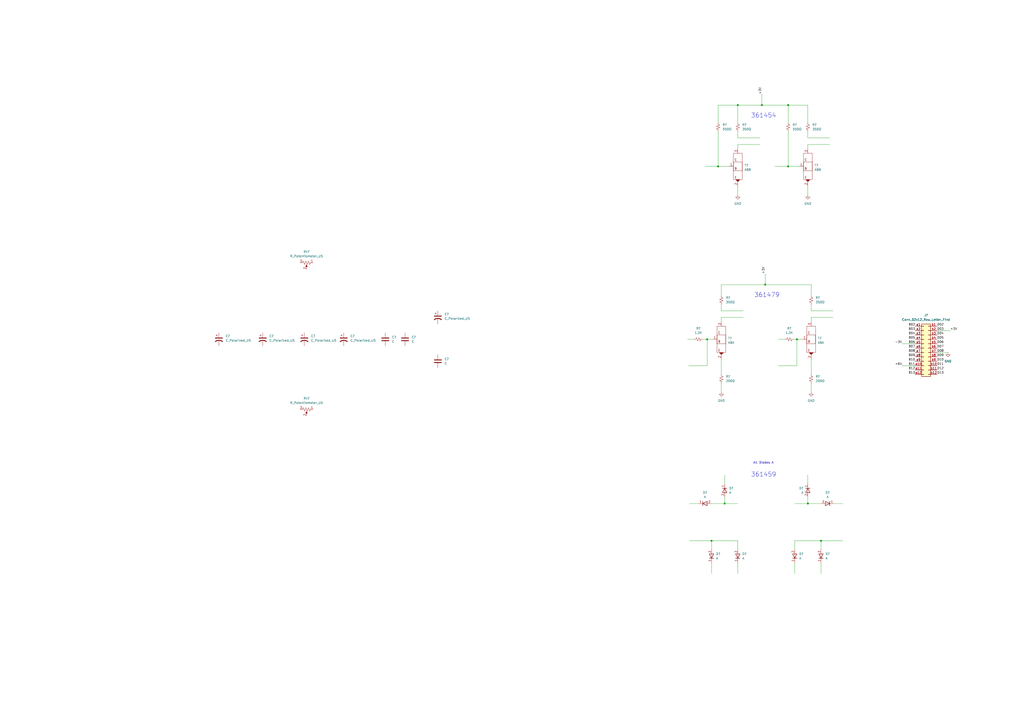
<source format=kicad_sch>
(kicad_sch (version 20211123) (generator eeschema)
  (paper "A2")
  (lib_symbols
    (symbol "Connector_Generic:Conn_02x12_Row_Letter_First" (pin_names (offset 1.016) hide)
      (property "Reference" "J" (at 1.27 15.24 0))
      (property "Value" "Conn_02x12_Row_Letter_First" (at 1.27 -17.78 0))
      (symbol "Conn_02x12_Row_Letter_First_1_1"
        (rectangle (start -1.27 -15.113) (end 0 -15.367) (stroke (width 0.1524)))
        (rectangle (start -1.27 -12.573) (end 0 -12.827) (stroke (width 0.1524)))
        (rectangle (start -1.27 -10.033) (end 0 -10.287) (stroke (width 0.1524)))
        (rectangle (start -1.27 -7.493) (end 0 -7.747) (stroke (width 0.1524)))
        (rectangle (start -1.27 -4.953) (end 0 -5.207) (stroke (width 0.1524)))
        (rectangle (start -1.27 -2.413) (end 0 -2.667) (stroke (width 0.1524)))
        (rectangle (start -1.27 0.127) (end 0 -0.127) (stroke (width 0.1524)))
        (rectangle (start -1.27 2.667) (end 0 2.413) (stroke (width 0.1524)))
        (rectangle (start -1.27 5.207) (end 0 4.953) (stroke (width 0.1524)))
        (rectangle (start -1.27 7.747) (end 0 7.493) (stroke (width 0.1524)))
        (rectangle (start -1.27 10.287) (end 0 10.033) (stroke (width 0.1524)))
        (rectangle (start -1.27 12.827) (end 0 12.573) (stroke (width 0.1524)))
        (rectangle (start -1.27 13.97) (end 3.81 -16.51) (stroke (width 0.254)) (fill (type background)))
        (rectangle (start 3.81 -15.113) (end 2.54 -15.367) (stroke (width 0.1524)))
        (rectangle (start 3.81 -12.573) (end 2.54 -12.827) (stroke (width 0.1524)))
        (rectangle (start 3.81 -10.033) (end 2.54 -10.287) (stroke (width 0.1524)))
        (rectangle (start 3.81 -7.493) (end 2.54 -7.747) (stroke (width 0.1524)))
        (rectangle (start 3.81 -4.953) (end 2.54 -5.207) (stroke (width 0.1524)))
        (rectangle (start 3.81 -2.413) (end 2.54 -2.667) (stroke (width 0.1524)))
        (rectangle (start 3.81 0.127) (end 2.54 -0.127) (stroke (width 0.1524)))
        (rectangle (start 3.81 2.667) (end 2.54 2.413) (stroke (width 0.1524)))
        (rectangle (start 3.81 5.207) (end 2.54 4.953) (stroke (width 0.1524)))
        (rectangle (start 3.81 7.747) (end 2.54 7.493) (stroke (width 0.1524)))
        (rectangle (start 3.81 10.287) (end 2.54 10.033) (stroke (width 0.1524)))
        (rectangle (start 3.81 12.827) (end 2.54 12.573) (stroke (width 0.1524)))
        (pin passive line (at -5.08 12.7 0) (length 3.81) (name "Pin_a1") (number "a1"))
        (pin passive line (at -5.08 -10.16 0) (length 3.81) (name "Pin_a10") (number "a10"))
        (pin passive line (at -5.08 -12.7 0) (length 3.81) (name "Pin_a11") (number "a11"))
        (pin passive line (at -5.08 -15.24 0) (length 3.81) (name "Pin_a12") (number "a12"))
        (pin passive line (at -5.08 10.16 0) (length 3.81) (name "Pin_a2") (number "a2"))
        (pin passive line (at -5.08 7.62 0) (length 3.81) (name "Pin_a3") (number "a3"))
        (pin passive line (at -5.08 5.08 0) (length 3.81) (name "Pin_a4") (number "a4"))
        (pin passive line (at -5.08 2.54 0) (length 3.81) (name "Pin_a5") (number "a5"))
        (pin passive line (at -5.08 0 0) (length 3.81) (name "Pin_a6") (number "a6"))
        (pin passive line (at -5.08 -2.54 0) (length 3.81) (name "Pin_a7") (number "a7"))
        (pin passive line (at -5.08 -5.08 0) (length 3.81) (name "Pin_a8") (number "a8"))
        (pin passive line (at -5.08 -7.62 0) (length 3.81) (name "Pin_a9") (number "a9"))
        (pin passive line (at 7.62 12.7 180) (length 3.81) (name "Pin_b1") (number "b1"))
        (pin passive line (at 7.62 -10.16 180) (length 3.81) (name "Pin_b10") (number "b10"))
        (pin passive line (at 7.62 -12.7 180) (length 3.81) (name "Pin_b11") (number "b11"))
        (pin passive line (at 7.62 -15.24 180) (length 3.81) (name "Pin_b12") (number "b12"))
        (pin passive line (at 7.62 10.16 180) (length 3.81) (name "Pin_b2") (number "b2"))
        (pin passive line (at 7.62 7.62 180) (length 3.81) (name "Pin_b3") (number "b3"))
        (pin passive line (at 7.62 5.08 180) (length 3.81) (name "Pin_b4") (number "b4"))
        (pin passive line (at 7.62 2.54 180) (length 3.81) (name "Pin_b5") (number "b5"))
        (pin passive line (at 7.62 0 180) (length 3.81) (name "Pin_b6") (number "b6"))
        (pin passive line (at 7.62 -2.54 180) (length 3.81) (name "Pin_b7") (number "b7"))
        (pin passive line (at 7.62 -5.08 180) (length 3.81) (name "Pin_b8") (number "b8"))
        (pin passive line (at 7.62 -7.62 180) (length 3.81) (name "Pin_b9") (number "b9"))
      )
    )
    (symbol "Device:C" (pin_numbers hide) (pin_names (offset 0.254))
      (property "Reference" "C" (at 0.635 2.54 0))
      (property "Value" "C" (at 0.635 -2.54 0))
      (symbol "C_0_1"
        (polyline (pts (xy -2.032 -0.762) (xy 2.032 -0.762)) (stroke (width 0.508)))
        (polyline (pts (xy -2.032 0.762) (xy 2.032 0.762)) (stroke (width 0.508)))
      )
      (symbol "C_1_1"
        (pin passive line (at 0 3.81 270) (length 2.794) (name "~") (number "1"))
        (pin passive line (at 0 -3.81 90) (length 2.794) (name "~") (number "2"))
      )
    )
    (symbol "Device:C_Polarized_US" (pin_numbers hide) (pin_names (offset 0.254) hide)
      (property "Reference" "C" (at 0.635 2.54 0))
      (property "Value" "C_Polarized_US" (at 0.635 -2.54 0))
      (symbol "C_Polarized_US_0_1"
        (polyline (pts (xy -2.032 0.762) (xy 2.032 0.762)) (stroke (width 0.508)))
        (polyline (pts (xy -1.778 2.286) (xy -0.762 2.286)))
        (polyline (pts (xy -1.27 1.778) (xy -1.27 2.794)))
        (arc (start 2.032 -1.27) (mid 0 -0.5572) (end -2.032 -1.27) (stroke (width 0.508)))
      )
      (symbol "C_Polarized_US_1_1"
        (pin passive line (at 0 3.81 270) (length 2.794) (name "~") (number "1"))
        (pin passive line (at 0 -3.81 90) (length 3.302) (name "~") (number "2"))
      )
    )
    (symbol "Device:R_Potentiometer_US" (pin_names (offset 1.016) hide)
      (property "Reference" "RV" (at -4.445 0 90))
      (property "Value" "R_Potentiometer_US" (at -2.54 0 90))
      (symbol "R_Potentiometer_US_0_1"
        (polyline (pts (xy 0 -2.286) (xy 0 -2.54)))
        (polyline (pts (xy 0 2.54) (xy 0 2.286)))
        (polyline (pts (xy 2.54 0) (xy 1.524 0)))
        (polyline (pts (xy 1.143 0) (xy 2.286 0.508) (xy 2.286 -0.508) (xy 1.143 0)) (fill (type outline)))
        (polyline (pts (xy 0 -0.762) (xy 1.016 -1.143) (xy 0 -1.524) (xy -1.016 -1.905) (xy 0 -2.286)))
        (polyline (pts (xy 0 0.762) (xy 1.016 0.381) (xy 0 0) (xy -1.016 -0.381) (xy 0 -0.762)))
        (polyline (pts (xy 0 2.286) (xy 1.016 1.905) (xy 0 1.524) (xy -1.016 1.143) (xy 0 0.762)))
      )
      (symbol "R_Potentiometer_US_1_1"
        (pin passive line (at 0 3.81 270) (length 1.27) (name "1") (number "1"))
        (pin passive line (at 3.81 0 180) (length 1.27) (name "2") (number "2"))
        (pin passive line (at 0 -3.81 90) (length 1.27) (name "3") (number "3"))
      )
    )
    (symbol "Device:R_Small_US" (pin_numbers hide) (pin_names (offset 0.254) hide)
      (property "Reference" "R" (at 0.762 0.508 0))
      (property "Value" "R_Small_US" (at 0.762 -1.016 0))
      (symbol "R_Small_US_1_1"
        (polyline (pts (xy 0 0) (xy 1.016 -0.381) (xy 0 -0.762) (xy -1.016 -1.143) (xy 0 -1.524)))
        (polyline (pts (xy 0 1.524) (xy 1.016 1.143) (xy 0 0.762) (xy -1.016 0.381) (xy 0 0)))
        (pin passive line (at 0 2.54 270) (length 1.016) (name "~") (number "1"))
        (pin passive line (at 0 -2.54 90) (length 1.016) (name "~") (number "2"))
      )
    )
    (symbol "IBM_SLT-SLD:IBM_Diode"
      (property "Reference" "D" (at 0 5.08 0))
      (property "Value" "IBM_Diode" (at 0 2.54 0))
      (symbol "IBM_Diode_0_1"
        (polyline (pts (xy -1.27 1.27) (xy -1.27 -1.27)) (stroke (width 0.254)))
        (polyline (pts (xy 1.27 0) (xy -1.27 0)))
        (polyline (pts (xy 1.27 1.27) (xy 1.27 -1.27) (xy -1.27 0) (xy 1.27 1.27)) (stroke (width 0.254)))
      )
      (symbol "IBM_Diode_1_1"
        (pin passive line (at -3.81 0 0) (length 2.54) (name "K") (number "1"))
        (pin passive line (at 3.81 0 180) (length 2.54) (name "A") (number "2"))
      )
    )
    (symbol "IBM_SLT-SLD:IBM_Transistor"
      (property "Reference" "T" (at 0 5.08 0))
      (property "Value" "IBM_Transistor" (at 7.62 8.89 0))
      (symbol "IBM_Transistor_0_0"
        (text "B" (at -1.27 -1.27 0) (effects (font (size 1.27 1.27))))
        (text "C" (at -1.27 3.81 0) (effects (font (size 1.27 1.27))))
        (text "E" (at -1.27 -6.35 0) (effects (font (size 1.27 1.27))))
      )
      (symbol "IBM_Transistor_0_1"
        (rectangle (start -2.54 2.54) (end 2.54 -2.54))
        (rectangle (start -2.54 7.62) (end 2.54 -7.62))
        (polyline (pts (xy -1.27 -7.62) (xy 0 -8.89) (xy 1.27 -7.62)) (fill (type outline)))
      )
      (symbol "IBM_Transistor_1_1"
        (pin passive line (at -5.08 0 0) (length 2.54) (name "B") (number "1"))
        (pin passive line (at 0 -11.43 90) (length 2.54) (name "E") (number "2"))
        (pin passive line (at 0 10.16 270) (length 2.54) (name "C") (number "3"))
      )
    )
    (symbol "power:GND" (power) (pin_names (offset 0))
      (property "Value" "GND" (at 0 -3.81 0))
      (symbol "GND_0_1"
        (polyline (pts (xy 0 0) (xy 0 -1.27) (xy 1.27 -1.27) (xy 0 -2.54) (xy -1.27 -1.27) (xy 0 -1.27)))
      )
      (symbol "GND_1_1"
        (pin power_in line (at 0 0 270) (length 0) hide (name "GND") (number "1"))
      )
    )
  )
  (junction (at 476.25 313.69))
  (junction (at 462.28 196.85))
  (junction (at 420.37 292.1))
  (junction (at 457.2 60.96))
  (junction (at 410.21 196.85))
  (junction (at 468.63 292.1))
  (junction (at 427.99 60.96))
  (junction (at 441.96 60.96))
  (junction (at 457.2 96.52))
  (junction (at 412.75 313.69))
  (junction (at 416.56 96.52))
  (junction (at 443.865 165.1))
  (wire (pts (xy 410.21 196.85) (xy 413.385 196.85)))
  (wire (pts (xy 418.465 208.28) (xy 418.465 217.17)))
  (wire (pts (xy 468.63 292.1) (xy 461.01 292.1)))
  (wire (pts (xy 418.465 186.69) (xy 418.465 184.15)))
  (wire (pts (xy 412.75 313.69) (xy 427.99 313.69)))
  (wire (pts (xy 476.25 326.39) (xy 476.25 332.74)))
  (wire (pts (xy 416.56 76.2) (xy 416.56 96.52)))
  (wire (pts (xy 451.485 212.09) (xy 462.28 212.09)))
  (wire (pts (xy 543.56 204.47) (xy 549.91 204.47)))
  (wire (pts (xy 457.2 76.2) (xy 457.2 96.52)))
  (wire (pts (xy 441.96 54.61) (xy 441.96 60.96)))
  (wire (pts (xy 470.535 165.1) (xy 470.535 171.45)))
  (wire (pts (xy 418.465 184.15) (xy 431.165 184.15)))
  (wire (pts (xy 416.56 60.96) (xy 427.99 60.96)))
  (wire (pts (xy 441.96 60.96) (xy 457.2 60.96)))
  (wire (pts (xy 457.2 60.96) (xy 468.63 60.96)))
  (wire (pts (xy 427.99 326.39) (xy 427.99 332.74)))
  (wire (pts (xy 457.2 60.96) (xy 457.2 71.12)))
  (wire (pts (xy 420.37 292.1) (xy 427.99 292.1)))
  (wire (pts (xy 400.05 292.1) (xy 405.13 292.1)))
  (wire (pts (xy 427.99 318.77) (xy 427.99 313.69)))
  (wire (pts (xy 461.01 318.77) (xy 461.01 313.69)))
  (wire (pts (xy 468.63 107.95) (xy 468.63 113.03)))
  (wire (pts (xy 476.25 292.1) (xy 468.63 292.1)))
  (wire (pts (xy 420.37 275.59) (xy 420.37 280.67)))
  (wire (pts (xy 427.99 76.2) (xy 427.99 80.01)))
  (wire (pts (xy 412.75 313.69) (xy 412.75 318.77)))
  (wire (pts (xy 476.25 313.69) (xy 476.25 318.77)))
  (wire (pts (xy 476.25 313.69) (xy 461.01 313.69)))
  (wire (pts (xy 468.63 76.2) (xy 468.63 80.01)))
  (wire (pts (xy 418.465 171.45) (xy 418.465 165.1)))
  (wire (pts (xy 399.415 212.09) (xy 410.21 212.09)))
  (wire (pts (xy 398.78 196.85) (xy 402.59 196.85)))
  (wire (pts (xy 427.99 86.36) (xy 427.99 83.82)))
  (wire (pts (xy 443.865 165.1) (xy 470.535 165.1)))
  (wire (pts (xy 461.01 326.39) (xy 461.01 332.74)))
  (wire (pts (xy 412.75 326.39) (xy 412.75 332.74)))
  (wire (pts (xy 416.56 71.12) (xy 416.56 60.96)))
  (wire (pts (xy 420.37 288.29) (xy 420.37 292.1)))
  (wire (pts (xy 470.535 186.69) (xy 470.535 184.15)))
  (wire (pts (xy 488.95 313.69) (xy 476.25 313.69)))
  (wire (pts (xy 400.05 313.69) (xy 412.75 313.69)))
  (wire (pts (xy 443.865 158.75) (xy 443.865 165.1)))
  (wire (pts (xy 418.465 176.53) (xy 418.465 180.34)))
  (wire (pts (xy 470.535 184.15) (xy 483.235 184.15)))
  (wire (pts (xy 468.63 86.36) (xy 468.63 83.82)))
  (wire (pts (xy 468.63 80.01) (xy 481.33 80.01)))
  (wire (pts (xy 462.28 212.09) (xy 462.28 196.85)))
  (wire (pts (xy 470.535 208.28) (xy 470.535 217.17)))
  (wire (pts (xy 543.56 191.77) (xy 551.18 191.77)))
  (wire (pts (xy 470.535 180.34) (xy 483.235 180.34)))
  (wire (pts (xy 468.63 288.29) (xy 468.63 292.1)))
  (wire (pts (xy 483.87 292.1) (xy 488.95 292.1)))
  (wire (pts (xy 449.58 96.52) (xy 457.2 96.52)))
  (wire (pts (xy 523.24 212.09) (xy 530.86 212.09)))
  (wire (pts (xy 468.63 275.59) (xy 468.63 280.67)))
  (wire (pts (xy 412.75 292.1) (xy 420.37 292.1)))
  (wire (pts (xy 410.21 212.09) (xy 410.21 196.85)))
  (wire (pts (xy 427.99 107.95) (xy 427.99 113.03)))
  (wire (pts (xy 418.465 165.1) (xy 443.865 165.1)))
  (wire (pts (xy 427.99 60.96) (xy 427.99 71.12)))
  (wire (pts (xy 427.99 60.96) (xy 441.96 60.96)))
  (wire (pts (xy 470.535 222.25) (xy 470.535 227.33)))
  (wire (pts (xy 408.94 96.52) (xy 416.56 96.52)))
  (wire (pts (xy 462.28 196.85) (xy 465.455 196.85)))
  (wire (pts (xy 468.63 83.82) (xy 481.33 83.82)))
  (wire (pts (xy 418.465 227.33) (xy 418.465 222.25)))
  (wire (pts (xy 427.99 80.01) (xy 440.69 80.01)))
  (wire (pts (xy 451.485 196.85) (xy 455.295 196.85)))
  (wire (pts (xy 418.465 180.34) (xy 431.165 180.34)))
  (wire (pts (xy 457.2 96.52) (xy 463.55 96.52)))
  (wire (pts (xy 468.63 60.96) (xy 468.63 71.12)))
  (wire (pts (xy 460.375 196.85) (xy 462.28 196.85)))
  (wire (pts (xy 523.24 199.39) (xy 530.86 199.39)))
  (wire (pts (xy 470.535 176.53) (xy 470.535 180.34)))
  (wire (pts (xy 416.56 96.52) (xy 422.91 96.52)))
  (wire (pts (xy 407.67 196.85) (xy 410.21 196.85)))
  (wire (pts (xy 427.99 83.82) (xy 440.69 83.82)))
  (text "361454" (at 435.61 68.58 0) (effects (font (size 2.54 2.54)) (justify left bottom)))
  (text "All Diodes A" (at 436.88 269.24 0) (effects (font (size 1.27 1.27)) (justify left bottom)))
  (text "361459" (at 435.61 276.86 0) (effects (font (size 2.54 2.54)) (justify left bottom)))
  (text "361479" (at 437.515 172.72 0) (effects (font (size 2.54 2.54)) (justify left bottom)))
  (label "+3V" (at 551.18 191.77 0))
  (label "+3V" (at 441.96 54.61 90))
  (label "-3V" (at 523.24 199.39 180))
  (label "D06" (at 543.56 199.39 0))
  (label "+6V" (at 523.24 212.09 180))
  (label "D13" (at 543.56 217.17 0))
  (label "D09" (at 543.56 207.01 0))
  (label "B12" (at 530.86 214.63 180))
  (label "B02" (at 530.86 189.23 180))
  (label "B11" (at 530.86 212.09 180))
  (label "D07" (at 543.56 201.93 0))
  (label "B10" (at 530.86 209.55 180))
  (label "B09" (at 530.86 207.01 180))
  (label "D02" (at 543.56 189.23 0))
  (label "B05" (at 530.86 196.85 180))
  (label "B04" (at 530.86 194.31 180))
  (label "D05" (at 543.56 196.85 0))
  (label "B13" (at 530.86 217.17 180))
  (label "D11" (at 543.56 212.09 0))
  (label "+3V" (at 443.865 158.75 90))
  (label "B08" (at 530.86 204.47 180))
  (label "D04" (at 543.56 194.31 0))
  (label "B03" (at 530.86 191.77 180))
  (label "B06" (at 530.86 199.39 180))
  (label "D12" (at 543.56 214.63 0))
  (label "D08" (at 543.56 204.47 0))
  (label "B07" (at 530.86 201.93 180))
  (label "D03" (at 543.56 191.77 0))
  (label "D10" (at 543.56 209.55 0))
  (symbol (lib_id "Device:C_Polarized_US") (at 127 196.85 0) (unit 1)
    (property "Reference" "C?" (at 130.81 194.9449 0) (effects (justify left)))
    (property "Value" "C_Polarized_US" (at 130.81 197.4849 0) (effects (justify left)))
  )
  (symbol (lib_id "Device:R_Small_US") (at 457.2 73.66 0) (unit 1)
    (property "Reference" "R?" (at 459.74 72.3899 0) (effects (justify left)))
    (property "Value" "550Ω" (at 459.74 74.9299 0) (effects (justify left)))
    (property "Footprint" "Resistor_SMD:R_0201_0603Metric" (effects hide))
  )
  (symbol (lib_id "Device:R_Small_US") (at 457.835 196.85 90) (unit 1)
    (property "Reference" "R?" (at 457.835 190.5 90))
    (property "Value" "1.2K" (at 457.835 193.04 90))
    (property "Footprint" "Resistor_SMD:R_0201_0603Metric" (effects hide))
  )
  (symbol (lib_id "Device:C") (at 234.95 196.85 0) (unit 1)
    (property "Reference" "C?" (at 238.76 195.5799 0) (effects (justify left)))
    (property "Value" "C" (at 238.76 198.1199 0) (effects (justify left)))
  )
  (symbol (lib_id "Device:R_Small_US") (at 427.99 73.66 0) (unit 1)
    (property "Reference" "R?" (at 430.53 72.3899 0) (effects (justify left)))
    (property "Value" "350Ω" (at 430.53 74.9299 0) (effects (justify left)))
    (property "Footprint" "Resistor_SMD:R_0201_0603Metric" (effects hide))
  )
  (symbol (lib_id "power:GND") (at 468.63 113.03 0) (unit 1)
    (property "Reference" "#PWR?" (effects hide))
    (property "Value" "GND" (at 468.63 118.11 0))
  )
  (symbol (lib_id "IBM_SLT-SLD:IBM_Diode") (at 412.75 322.58 90) (unit 1)
    (property "Reference" "D?" (at 415.29 321.3099 90) (effects (justify right)))
    (property "Value" "A" (at 415.29 323.8499 90) (effects (justify right)))
    (property "Footprint" "Diode_SMD:D_0201_0603Metric" (effects hide))
  )
  (symbol (lib_id "Device:R_Small_US") (at 470.535 219.71 0) (unit 1)
    (property "Reference" "R?" (at 473.075 218.4399 0) (effects (justify left)))
    (property "Value" "200Ω" (at 473.075 220.9799 0) (effects (justify left)))
    (property "Footprint" "Resistor_SMD:R_0201_0603Metric" (effects hide))
  )
  (symbol (lib_id "Device:R_Potentiometer_US") (at 177.8 152.4 270) (unit 1)
    (property "Reference" "RV?" (at 177.8 146.05 90))
    (property "Value" "R_Potentiometer_US" (at 177.8 148.59 90))
  )
  (symbol (lib_id "power:GND") (at 427.99 113.03 0) (unit 1)
    (property "Reference" "#PWR?" (effects hide))
    (property "Value" "GND" (at 427.99 118.11 0))
  )
  (symbol (lib_id "Device:R_Small_US") (at 405.13 196.85 90) (unit 1)
    (property "Reference" "R?" (at 405.13 190.5 90))
    (property "Value" "1.2K" (at 405.13 193.04 90))
    (property "Footprint" "Resistor_SMD:R_0201_0603Metric" (effects hide))
  )
  (symbol (lib_id "Device:C") (at 223.52 196.85 0) (unit 1)
    (property "Reference" "C?" (at 227.33 195.5799 0) (effects (justify left)))
    (property "Value" "C" (at 227.33 198.1199 0) (effects (justify left)))
  )
  (symbol (lib_id "IBM_SLT-SLD:IBM_Transistor") (at 468.63 96.52 0) (unit 1)
    (property "Reference" "T?" (at 472.44 95.8849 0) (effects (justify left)))
    (property "Value" "ABB" (at 472.44 98.4249 0) (effects (justify left)))
  )
  (symbol (lib_id "Device:C_Polarized_US") (at 152.4 196.85 0) (unit 1)
    (property "Reference" "C?" (at 156.21 194.9449 0) (effects (justify left)))
    (property "Value" "C_Polarized_US" (at 156.21 197.4849 0) (effects (justify left)))
  )
  (symbol (lib_id "Device:C_Polarized_US") (at 199.39 196.85 0) (unit 1)
    (property "Reference" "C?" (at 203.2 194.9449 0) (effects (justify left)))
    (property "Value" "C_Polarized_US" (at 203.2 197.4849 0) (effects (justify left)))
  )
  (symbol (lib_id "Device:C_Polarized_US") (at 176.53 196.85 0) (unit 1)
    (property "Reference" "C?" (at 180.34 194.9449 0) (effects (justify left)))
    (property "Value" "C_Polarized_US" (at 180.34 197.4849 0) (effects (justify left)))
  )
  (symbol (lib_id "IBM_SLT-SLD:IBM_Diode") (at 427.99 322.58 90) (unit 1)
    (property "Reference" "D?" (at 430.53 321.3099 90) (effects (justify right)))
    (property "Value" "A" (at 430.53 323.8499 90) (effects (justify right)))
    (property "Footprint" "Diode_SMD:D_0201_0603Metric" (effects hide))
  )
  (symbol (lib_id "power:GND") (at 418.465 227.33 0) (unit 1)
    (property "Reference" "#PWR?" (effects hide))
    (property "Value" "GND" (at 418.465 232.41 0))
  )
  (symbol (lib_id "Device:R_Potentiometer_US") (at 177.8 237.49 270) (unit 1)
    (property "Reference" "RV?" (at 177.8 231.14 90))
    (property "Value" "R_Potentiometer_US" (at 177.8 233.68 90))
  )
  (symbol (lib_id "Device:R_Small_US") (at 418.465 173.99 0) (unit 1)
    (property "Reference" "R?" (at 421.005 172.7199 0) (effects (justify left)))
    (property "Value" "350Ω" (at 421.005 175.2599 0) (effects (justify left)))
    (property "Footprint" "Resistor_SMD:R_0201_0603Metric" (effects hide))
  )
  (symbol (lib_id "IBM_SLT-SLD:IBM_Diode") (at 461.01 322.58 90) (unit 1)
    (property "Reference" "D?" (at 463.55 321.3099 90) (effects (justify right)))
    (property "Value" "A" (at 463.55 323.8499 90) (effects (justify right)))
    (property "Footprint" "Diode_SMD:D_0201_0603Metric" (effects hide))
  )
  (symbol (lib_id "Device:R_Small_US") (at 416.56 73.66 0) (unit 1)
    (property "Reference" "R?" (at 419.1 72.3899 0) (effects (justify left)))
    (property "Value" "550Ω" (at 419.1 74.9299 0) (effects (justify left)))
    (property "Footprint" "Resistor_SMD:R_0201_0603Metric" (effects hide))
  )
  (symbol (lib_id "Device:C_Polarized_US") (at 254 184.15 0) (unit 1)
    (property "Reference" "C?" (at 257.81 182.2449 0) (effects (justify left)))
    (property "Value" "C_Polarized_US" (at 257.81 184.7849 0) (effects (justify left)))
  )
  (symbol (lib_id "IBM_SLT-SLD:IBM_Diode") (at 480.06 292.1 180) (unit 1)
    (property "Reference" "D?" (at 480.06 285.75 0))
    (property "Value" "A" (at 480.06 288.29 0))
    (property "Footprint" "Diode_SMD:D_0201_0603Metric" (effects hide))
  )
  (symbol (lib_id "IBM_SLT-SLD:IBM_Diode") (at 468.63 284.48 90) (mirror x) (unit 1)
    (property "Reference" "D?" (at 466.09 283.2099 90) (effects (justify left)))
    (property "Value" "A" (at 466.09 285.7499 90) (effects (justify left)))
    (property "Footprint" "Diode_SMD:D_0201_0603Metric" (effects hide))
  )
  (symbol (lib_id "IBM_SLT-SLD:IBM_Diode") (at 476.25 322.58 90) (unit 1)
    (property "Reference" "D?" (at 478.79 321.3099 90) (effects (justify right)))
    (property "Value" "A" (at 478.79 323.8499 90) (effects (justify right)))
    (property "Footprint" "Diode_SMD:D_0201_0603Metric" (effects hide))
  )
  (symbol (lib_id "Device:R_Small_US") (at 418.465 219.71 0) (unit 1)
    (property "Reference" "R?" (at 421.005 218.4399 0) (effects (justify left)))
    (property "Value" "200Ω" (at 421.005 220.9799 0) (effects (justify left)))
    (property "Footprint" "Resistor_SMD:R_0201_0603Metric" (effects hide))
  )
  (symbol (lib_id "power:GND") (at 549.91 204.47 0) (unit 1)
    (property "Reference" "#PWR?" (effects hide))
    (property "Value" "GND" (at 549.91 209.55 0))
  )
  (symbol (lib_id "IBM_SLT-SLD:IBM_Diode") (at 408.94 292.1 0) (unit 1)
    (property "Reference" "D?" (at 408.94 285.75 0))
    (property "Value" "A" (at 408.94 288.29 0))
    (property "Footprint" "Diode_SMD:D_0201_0603Metric" (effects hide))
  )
  (symbol (lib_id "IBM_SLT-SLD:IBM_Transistor") (at 470.535 196.85 0) (unit 1)
    (property "Reference" "T?" (at 474.345 196.2149 0) (effects (justify left)))
    (property "Value" "ABA" (at 474.345 198.7549 0) (effects (justify left)))
  )
  (symbol (lib_id "Device:C") (at 254 209.55 0) (unit 1)
    (property "Reference" "C?" (at 257.81 208.2799 0) (effects (justify left)))
    (property "Value" "C" (at 257.81 210.8199 0) (effects (justify left)))
  )
  (symbol (lib_id "Connector_Generic:Conn_02x12_Row_Letter_First") (at 535.94 201.93 0) (unit 1)
    (property "Reference" "J?" (at 537.21 182.88 0))
    (property "Value" "Conn_02x12_Row_Letter_First" (at 537.21 185.42 0))
  )
  (symbol (lib_id "Device:R_Small_US") (at 470.535 173.99 0) (unit 1)
    (property "Reference" "R?" (at 473.075 172.7199 0) (effects (justify left)))
    (property "Value" "350Ω" (at 473.075 175.2599 0) (effects (justify left)))
    (property "Footprint" "Resistor_SMD:R_0201_0603Metric" (effects hide))
  )
  (symbol (lib_id "IBM_SLT-SLD:IBM_Transistor") (at 418.465 196.85 0) (unit 1)
    (property "Reference" "T?" (at 422.275 196.2149 0) (effects (justify left)))
    (property "Value" "ABA" (at 422.275 198.7549 0) (effects (justify left)))
  )
  (symbol (lib_id "IBM_SLT-SLD:IBM_Diode") (at 420.37 284.48 270) (unit 1)
    (property "Reference" "D?" (at 422.91 283.2099 90) (effects (justify left)))
    (property "Value" "A" (at 422.91 285.7499 90) (effects (justify left)))
    (property "Footprint" "Diode_SMD:D_0201_0603Metric" (effects hide))
  )
  (symbol (lib_id "power:GND") (at 470.535 227.33 0) (unit 1)
    (property "Reference" "#PWR?" (effects hide))
    (property "Value" "GND" (at 470.535 232.41 0))
  )
  (symbol (lib_id "IBM_SLT-SLD:IBM_Transistor") (at 427.99 96.52 0) (unit 1)
    (property "Reference" "T?" (at 431.8 95.8849 0) (effects (justify left)))
    (property "Value" "ABB" (at 431.8 98.4249 0) (effects (justify left)))
  )
  (symbol (lib_id "Device:R_Small_US") (at 468.63 73.66 0) (unit 1)
    (property "Reference" "R?" (at 471.17 72.3899 0) (effects (justify left)))
    (property "Value" "350Ω" (at 471.17 74.9299 0) (effects (justify left)))
    (property "Footprint" "Resistor_SMD:R_0201_0603Metric" (effects hide))
  )
)
</source>
